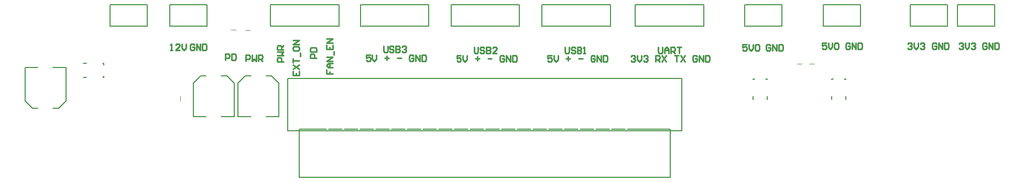
<source format=gto>
G04*
G04 #@! TF.GenerationSoftware,Altium Limited,Altium Designer,21.2.2 (38)*
G04*
G04 Layer_Color=65535*
%FSLAX25Y25*%
%MOIN*%
G70*
G04*
G04 #@! TF.SameCoordinates,68047672-1E7F-4675-B640-9537CBAF5E22*
G04*
G04*
G04 #@! TF.FilePolarity,Positive*
G04*
G01*
G75*
%ADD10C,0.00598*%
%ADD11C,0.00787*%
%ADD12C,0.00600*%
%ADD13C,0.00472*%
%ADD14C,0.00787*%
%ADD15C,0.01000*%
D10*
X145551Y135500D02*
Y136500D01*
Y143500D02*
Y144500D01*
X145051Y135500D02*
X145551D01*
X132551D02*
X134551D01*
X132551Y144500D02*
X134551D01*
X145051D02*
X145551D01*
X558457Y134187D02*
Y134687D01*
Y121687D02*
Y123687D01*
X567457Y121687D02*
Y123687D01*
Y134187D02*
Y134687D01*
X558457D02*
X559457D01*
X566457D02*
X567457D01*
X616659Y134714D02*
X617659D01*
X608659D02*
X609659D01*
X617659Y134214D02*
Y134714D01*
Y121714D02*
Y123714D01*
X608659Y121714D02*
Y123714D01*
Y134214D02*
Y134714D01*
D11*
X202508Y110508D02*
Y131817D01*
Y110508D02*
X210677D01*
X220323D02*
X228492D01*
Y131817D01*
X207183Y136492D02*
X210677D01*
X202508Y131817D02*
X207183Y136492D01*
X223817D02*
X228492Y131817D01*
X220323Y136492D02*
X223817D01*
X248823D02*
X252317D01*
X256992Y131817D01*
X231008D02*
X235683Y136492D01*
X239177D01*
X256992Y110508D02*
Y131817D01*
X248823Y110508D02*
X256992D01*
X231008D02*
X239177D01*
X231008D02*
Y131817D01*
X121492Y120683D02*
Y141992D01*
X113323D02*
X121492D01*
X95508D02*
X103677D01*
X95508Y120683D02*
Y141992D01*
X113323Y116008D02*
X116817D01*
X121492Y120683D01*
X95508D02*
X100183Y116008D01*
X103677D01*
D12*
X298695Y102500D02*
X307305D01*
X308695D02*
X317305D01*
X318695D02*
X327305D01*
X328695D02*
X337305D01*
X338695D02*
X347305D01*
X348695D02*
X357305D01*
X358695D02*
X367305D01*
X368695D02*
X377305D01*
X378695D02*
X387305D01*
X388695D02*
X397305D01*
X398695D02*
X407305D01*
X408695D02*
X417305D01*
X418695D02*
X427305D01*
X428695D02*
X437305D01*
X438695D02*
X447305D01*
X448695D02*
X457305D01*
X458695D02*
X467305D01*
X468695D02*
X477305D01*
X478695D02*
X506000D01*
X270000Y72000D02*
Y102500D01*
Y72000D02*
X506000D01*
Y102500D01*
X270000D02*
X287305D01*
X262700Y101500D02*
Y134900D01*
Y101500D02*
X513300D01*
Y134900D01*
X262700D02*
X513300D01*
X288695Y102500D02*
X297305D01*
D13*
X594500Y144252D02*
X597500D01*
X586500D02*
X589500D01*
X194402Y120500D02*
Y123500D01*
X235600Y165680D02*
X238600D01*
X226500Y165850D02*
X229500D01*
D14*
X483728Y168228D02*
Y181772D01*
Y168228D02*
X527272D01*
Y181772D01*
X483728D02*
X527272D01*
X424254Y168228D02*
Y181772D01*
Y168228D02*
X467798D01*
Y181772D01*
X424254D02*
X467798D01*
X553228Y168228D02*
Y181772D01*
Y168228D02*
X576772D01*
X553228Y181772D02*
X576772D01*
Y168228D02*
Y181772D01*
X366478D02*
X410022D01*
Y168228D02*
Y181772D01*
X366478Y168228D02*
X410022D01*
X366478D02*
Y181772D01*
X308836D02*
X352380D01*
Y168228D02*
Y181772D01*
X308836Y168228D02*
X352380D01*
X308836D02*
Y181772D01*
X251728D02*
X295272D01*
Y168228D02*
Y181772D01*
X251728Y168228D02*
X295272D01*
X251728D02*
Y181772D01*
X149728Y168228D02*
Y181772D01*
Y168228D02*
X173272D01*
X149728Y181772D02*
X173272D01*
Y168228D02*
Y181772D01*
X211266Y168228D02*
Y181772D01*
X187722D02*
X211266D01*
X187722Y168228D02*
X211266D01*
X187722D02*
Y181772D01*
X626772Y168228D02*
Y181772D01*
X603228D02*
X626772D01*
X603228Y168228D02*
X626772D01*
X603228D02*
Y181772D01*
X712272Y168228D02*
Y181772D01*
X688728D02*
X712272D01*
X688728Y168228D02*
X712272D01*
X688728D02*
Y181772D01*
X682272Y168228D02*
Y181772D01*
X658728D02*
X682272D01*
X658728Y168228D02*
X682272D01*
X658728D02*
Y181772D01*
D15*
X265908Y139624D02*
Y137000D01*
X269844D01*
Y139624D01*
X267876Y137000D02*
Y138312D01*
X265908Y140936D02*
X269844Y143560D01*
X265908D02*
X269844Y140936D01*
X265908Y144871D02*
Y147495D01*
Y146183D01*
X269844D01*
X270500Y148807D02*
Y151431D01*
X265908Y154711D02*
Y153399D01*
X266564Y152743D01*
X269188D01*
X269844Y153399D01*
Y154711D01*
X269188Y155367D01*
X266564D01*
X265908Y154711D01*
X269844Y156679D02*
X265908D01*
X269844Y159302D01*
X265908D01*
X260000Y145500D02*
X256064D01*
Y147468D01*
X256720Y148124D01*
X258032D01*
X258688Y147468D01*
Y145500D01*
X256064Y149436D02*
X260000D01*
X258688Y150748D01*
X260000Y152060D01*
X256064D01*
X260000Y153372D02*
X256064D01*
Y155339D01*
X256720Y155995D01*
X258032D01*
X258688Y155339D01*
Y153372D01*
Y154683D02*
X260000Y155995D01*
X281000Y148000D02*
X277064D01*
Y149968D01*
X277720Y150624D01*
X279032D01*
X279688Y149968D01*
Y148000D01*
X277064Y151936D02*
X281000D01*
Y153904D01*
X280344Y154560D01*
X277720D01*
X277064Y153904D01*
Y151936D01*
X203124Y156280D02*
X202468Y156936D01*
X201156D01*
X200500Y156280D01*
Y153656D01*
X201156Y153000D01*
X202468D01*
X203124Y153656D01*
Y154968D01*
X201812D01*
X204436Y153000D02*
Y156936D01*
X207060Y153000D01*
Y156936D01*
X208371D02*
Y153000D01*
X210339D01*
X210995Y153656D01*
Y156280D01*
X210339Y156936D01*
X208371D01*
X188000Y153000D02*
X189312D01*
X188656D01*
Y156936D01*
X188000Y156280D01*
X193904Y153000D02*
X191280D01*
X193904Y155624D01*
Y156280D01*
X193248Y156936D01*
X191936D01*
X191280Y156280D01*
X195215Y156936D02*
Y154312D01*
X196527Y153000D01*
X197839Y154312D01*
Y156936D01*
X287408Y140624D02*
Y138000D01*
X289376D01*
Y139312D01*
Y138000D01*
X291344D01*
Y141936D02*
X288720D01*
X287408Y143248D01*
X288720Y144560D01*
X291344D01*
X289376D01*
Y141936D01*
X291344Y145871D02*
X287408D01*
X291344Y148495D01*
X287408D01*
X292000Y149807D02*
Y152431D01*
X287408Y156367D02*
Y153743D01*
X291344D01*
Y156367D01*
X289376Y153743D02*
Y155055D01*
X291344Y157679D02*
X287408D01*
X291344Y160302D01*
X287408D01*
X498375Y154936D02*
Y151656D01*
X499031Y151000D01*
X500343D01*
X500999Y151656D01*
Y154936D01*
X502311Y151000D02*
Y153624D01*
X503623Y154936D01*
X504935Y153624D01*
Y151000D01*
Y152968D01*
X502311D01*
X506247Y151000D02*
Y154936D01*
X508214D01*
X508870Y154280D01*
Y152968D01*
X508214Y152312D01*
X506247D01*
X507558D02*
X508870Y151000D01*
X510182Y154936D02*
X512806D01*
X511494D01*
Y151000D01*
X481000Y148780D02*
X481656Y149436D01*
X482968D01*
X483624Y148780D01*
Y148124D01*
X482968Y147468D01*
X482312D01*
X482968D01*
X483624Y146812D01*
Y146156D01*
X482968Y145500D01*
X481656D01*
X481000Y146156D01*
X484936Y149436D02*
Y146812D01*
X486248Y145500D01*
X487560Y146812D01*
Y149436D01*
X488871Y148780D02*
X489527Y149436D01*
X490839D01*
X491495Y148780D01*
Y148124D01*
X490839Y147468D01*
X490183D01*
X490839D01*
X491495Y146812D01*
Y146156D01*
X490839Y145500D01*
X489527D01*
X488871Y146156D01*
X496743Y145500D02*
Y149436D01*
X498711D01*
X499367Y148780D01*
Y147468D01*
X498711Y146812D01*
X496743D01*
X498055D02*
X499367Y145500D01*
X500679Y149436D02*
X503302Y145500D01*
Y149436D02*
X500679Y145500D01*
X508550Y149436D02*
X511174D01*
X509862D01*
Y145500D01*
X512486Y149436D02*
X515110Y145500D01*
Y149436D02*
X512486Y145500D01*
X522981Y148780D02*
X522325Y149436D01*
X521013D01*
X520357Y148780D01*
Y146156D01*
X521013Y145500D01*
X522325D01*
X522981Y146156D01*
Y147468D01*
X521669D01*
X524293Y145500D02*
Y149436D01*
X526917Y145500D01*
Y149436D01*
X528229D02*
Y145500D01*
X530197D01*
X530853Y146156D01*
Y148780D01*
X530197Y149436D01*
X528229D01*
X689500Y156780D02*
X690156Y157436D01*
X691468D01*
X692124Y156780D01*
Y156124D01*
X691468Y155468D01*
X690812D01*
X691468D01*
X692124Y154812D01*
Y154156D01*
X691468Y153500D01*
X690156D01*
X689500Y154156D01*
X693436Y157436D02*
Y154812D01*
X694748Y153500D01*
X696060Y154812D01*
Y157436D01*
X697371Y156780D02*
X698027Y157436D01*
X699339D01*
X699995Y156780D01*
Y156124D01*
X699339Y155468D01*
X698683D01*
X699339D01*
X699995Y154812D01*
Y154156D01*
X699339Y153500D01*
X698027D01*
X697371Y154156D01*
X675124Y156780D02*
X674468Y157436D01*
X673156D01*
X672500Y156780D01*
Y154156D01*
X673156Y153500D01*
X674468D01*
X675124Y154156D01*
Y155468D01*
X673812D01*
X676436Y153500D02*
Y157436D01*
X679060Y153500D01*
Y157436D01*
X680372D02*
Y153500D01*
X682339D01*
X682995Y154156D01*
Y156780D01*
X682339Y157436D01*
X680372D01*
X323483Y155436D02*
Y152156D01*
X324138Y151500D01*
X325450D01*
X326106Y152156D01*
Y155436D01*
X330042Y154780D02*
X329386Y155436D01*
X328074D01*
X327418Y154780D01*
Y154124D01*
X328074Y153468D01*
X329386D01*
X330042Y152812D01*
Y152156D01*
X329386Y151500D01*
X328074D01*
X327418Y152156D01*
X331354Y155436D02*
Y151500D01*
X333322D01*
X333978Y152156D01*
Y152812D01*
X333322Y153468D01*
X331354D01*
X333322D01*
X333978Y154124D01*
Y154780D01*
X333322Y155436D01*
X331354D01*
X335290Y154780D02*
X335946Y155436D01*
X337258D01*
X337914Y154780D01*
Y154124D01*
X337258Y153468D01*
X336602D01*
X337258D01*
X337914Y152812D01*
Y152156D01*
X337258Y151500D01*
X335946D01*
X335290Y152156D01*
X315106Y149936D02*
X312483D01*
Y147968D01*
X313794Y148624D01*
X314450D01*
X315106Y147968D01*
Y146656D01*
X314450Y146000D01*
X313139D01*
X312483Y146656D01*
X316418Y149936D02*
Y147312D01*
X317730Y146000D01*
X319042Y147312D01*
Y149936D01*
X324290Y147968D02*
X326914D01*
X325602Y149280D02*
Y146656D01*
X332161Y147968D02*
X334785D01*
X342657Y149280D02*
X342001Y149936D01*
X340689D01*
X340033Y149280D01*
Y146656D01*
X340689Y146000D01*
X342001D01*
X342657Y146656D01*
Y147968D01*
X341345D01*
X343969Y146000D02*
Y149936D01*
X346592Y146000D01*
Y149936D01*
X347904D02*
Y146000D01*
X349872D01*
X350528Y146656D01*
Y149280D01*
X349872Y149936D01*
X347904D01*
X381125Y154936D02*
Y151656D01*
X381781Y151000D01*
X383093D01*
X383749Y151656D01*
Y154936D01*
X387685Y154280D02*
X387029Y154936D01*
X385717D01*
X385061Y154280D01*
Y153624D01*
X385717Y152968D01*
X387029D01*
X387685Y152312D01*
Y151656D01*
X387029Y151000D01*
X385717D01*
X385061Y151656D01*
X388997Y154936D02*
Y151000D01*
X390964D01*
X391620Y151656D01*
Y152312D01*
X390964Y152968D01*
X388997D01*
X390964D01*
X391620Y153624D01*
Y154280D01*
X390964Y154936D01*
X388997D01*
X395556Y151000D02*
X392932D01*
X395556Y153624D01*
Y154280D01*
X394900Y154936D01*
X393588D01*
X392932Y154280D01*
X372749Y149436D02*
X370125D01*
Y147468D01*
X371437Y148124D01*
X372093D01*
X372749Y147468D01*
Y146156D01*
X372093Y145500D01*
X370781D01*
X370125Y146156D01*
X374061Y149436D02*
Y146812D01*
X375373Y145500D01*
X376685Y146812D01*
Y149436D01*
X381932Y147468D02*
X384556D01*
X383244Y148780D02*
Y146156D01*
X389804Y147468D02*
X392427D01*
X400299Y148780D02*
X399643Y149436D01*
X398331D01*
X397675Y148780D01*
Y146156D01*
X398331Y145500D01*
X399643D01*
X400299Y146156D01*
Y147468D01*
X398987D01*
X401611Y145500D02*
Y149436D01*
X404235Y145500D01*
Y149436D01*
X405547D02*
Y145500D01*
X407514D01*
X408171Y146156D01*
Y148780D01*
X407514Y149436D01*
X405547D01*
X430525Y149485D02*
X427901D01*
Y147517D01*
X429213Y148173D01*
X429869D01*
X430525Y147517D01*
Y146205D01*
X429869Y145550D01*
X428557D01*
X427901Y146205D01*
X431837Y149485D02*
Y146862D01*
X433148Y145550D01*
X434460Y146862D01*
Y149485D01*
X439708Y147517D02*
X442332D01*
X441020Y148829D02*
Y146205D01*
X447580Y147517D02*
X450203D01*
X458075Y148829D02*
X457419Y149485D01*
X456107D01*
X455451Y148829D01*
Y146205D01*
X456107Y145550D01*
X457419D01*
X458075Y146205D01*
Y147517D01*
X456763D01*
X459387Y145550D02*
Y149485D01*
X462011Y145550D01*
Y149485D01*
X463322D02*
Y145550D01*
X465290D01*
X465946Y146205D01*
Y148829D01*
X465290Y149485D01*
X463322D01*
X438901Y154985D02*
Y151706D01*
X439557Y151050D01*
X440869D01*
X441525Y151706D01*
Y154985D01*
X445460Y154329D02*
X444804Y154985D01*
X443493D01*
X442837Y154329D01*
Y153673D01*
X443493Y153017D01*
X444804D01*
X445460Y152362D01*
Y151706D01*
X444804Y151050D01*
X443493D01*
X442837Y151706D01*
X446772Y154985D02*
Y151050D01*
X448740D01*
X449396Y151706D01*
Y152362D01*
X448740Y153017D01*
X446772D01*
X448740D01*
X449396Y153673D01*
Y154329D01*
X448740Y154985D01*
X446772D01*
X450708Y151050D02*
X452020D01*
X451364D01*
Y154985D01*
X450708Y154329D01*
X569624Y155780D02*
X568968Y156436D01*
X567656D01*
X567000Y155780D01*
Y153156D01*
X567656Y152500D01*
X568968D01*
X569624Y153156D01*
Y154468D01*
X568312D01*
X570936Y152500D02*
Y156436D01*
X573560Y152500D01*
Y156436D01*
X574871D02*
Y152500D01*
X576839D01*
X577495Y153156D01*
Y155780D01*
X576839Y156436D01*
X574871D01*
X554624D02*
X552000D01*
Y154468D01*
X553312Y155124D01*
X553968D01*
X554624Y154468D01*
Y153156D01*
X553968Y152500D01*
X552656D01*
X552000Y153156D01*
X555936Y156436D02*
Y153812D01*
X557248Y152500D01*
X558560Y153812D01*
Y156436D01*
X559871Y155780D02*
X560527Y156436D01*
X561839D01*
X562495Y155780D01*
Y153156D01*
X561839Y152500D01*
X560527D01*
X559871Y153156D01*
Y155780D01*
X605124Y157436D02*
X602500D01*
Y155468D01*
X603812Y156124D01*
X604468D01*
X605124Y155468D01*
Y154156D01*
X604468Y153500D01*
X603156D01*
X602500Y154156D01*
X606436Y157436D02*
Y154812D01*
X607748Y153500D01*
X609060Y154812D01*
Y157436D01*
X610371Y156780D02*
X611027Y157436D01*
X612339D01*
X612995Y156780D01*
Y154156D01*
X612339Y153500D01*
X611027D01*
X610371Y154156D01*
Y156780D01*
X620124D02*
X619468Y157436D01*
X618156D01*
X617500Y156780D01*
Y154156D01*
X618156Y153500D01*
X619468D01*
X620124Y154156D01*
Y155468D01*
X618812D01*
X621436Y153500D02*
Y157436D01*
X624060Y153500D01*
Y157436D01*
X625372D02*
Y153500D01*
X627339D01*
X627995Y154156D01*
Y156780D01*
X627339Y157436D01*
X625372D01*
X657000Y156780D02*
X657656Y157436D01*
X658968D01*
X659624Y156780D01*
Y156124D01*
X658968Y155468D01*
X658312D01*
X658968D01*
X659624Y154812D01*
Y154156D01*
X658968Y153500D01*
X657656D01*
X657000Y154156D01*
X660936Y157436D02*
Y154812D01*
X662248Y153500D01*
X663560Y154812D01*
Y157436D01*
X664872Y156780D02*
X665527Y157436D01*
X666839D01*
X667495Y156780D01*
Y156124D01*
X666839Y155468D01*
X666183D01*
X666839D01*
X667495Y154812D01*
Y154156D01*
X666839Y153500D01*
X665527D01*
X664872Y154156D01*
X707124Y156780D02*
X706468Y157436D01*
X705156D01*
X704500Y156780D01*
Y154156D01*
X705156Y153500D01*
X706468D01*
X707124Y154156D01*
Y155468D01*
X705812D01*
X708436Y153500D02*
Y157436D01*
X711060Y153500D01*
Y157436D01*
X712371D02*
Y153500D01*
X714339D01*
X714995Y154156D01*
Y156780D01*
X714339Y157436D01*
X712371D01*
X236000Y146000D02*
Y149936D01*
X237968D01*
X238624Y149280D01*
Y147968D01*
X237968Y147312D01*
X236000D01*
X239936Y149936D02*
Y146000D01*
X241248Y147312D01*
X242560Y146000D01*
Y149936D01*
X243871Y146000D02*
Y149936D01*
X245839D01*
X246495Y149280D01*
Y147968D01*
X245839Y147312D01*
X243871D01*
X245183D02*
X246495Y146000D01*
X223000Y146500D02*
Y150436D01*
X224968D01*
X225624Y149780D01*
Y148468D01*
X224968Y147812D01*
X223000D01*
X226936Y150436D02*
Y146500D01*
X228904D01*
X229560Y147156D01*
Y149780D01*
X228904Y150436D01*
X226936D01*
M02*

</source>
